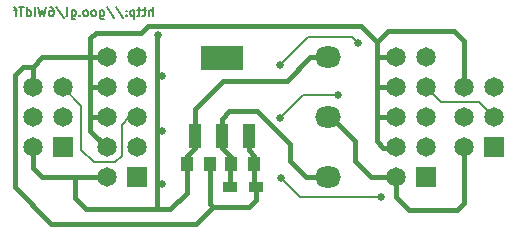
<source format=gbl>
G04 #@! TF.FileFunction,Copper,L2,Bot,Signal*
%FSLAX46Y46*%
G04 Gerber Fmt 4.6, Leading zero omitted, Abs format (unit mm)*
G04 Created by KiCad (PCBNEW (2015-05-09 BZR 5648)-product) date Sun 10 May 2015 11:27:42 AM CEST*
%MOMM*%
G01*
G04 APERTURE LIST*
%ADD10C,0.150000*%
%ADD11C,0.187500*%
%ADD12R,1.000000X1.250000*%
%ADD13R,1.651000X1.651000*%
%ADD14C,1.651000*%
%ADD15O,2.200000X1.800000*%
%ADD16R,3.657600X2.032000*%
%ADD17R,1.016000X2.032000*%
%ADD18R,1.200000X0.900000*%
%ADD19C,0.635000*%
%ADD20C,0.406400*%
%ADD21C,0.203200*%
G04 APERTURE END LIST*
D10*
D11*
X58871427Y-40689286D02*
X58871427Y-39939286D01*
X58549998Y-40689286D02*
X58549998Y-40296429D01*
X58585712Y-40225000D01*
X58657141Y-40189286D01*
X58764284Y-40189286D01*
X58835712Y-40225000D01*
X58871427Y-40260714D01*
X58299998Y-40189286D02*
X58014284Y-40189286D01*
X58192856Y-39939286D02*
X58192856Y-40582143D01*
X58157141Y-40653571D01*
X58085713Y-40689286D01*
X58014284Y-40689286D01*
X57871427Y-40189286D02*
X57585713Y-40189286D01*
X57764285Y-39939286D02*
X57764285Y-40582143D01*
X57728570Y-40653571D01*
X57657142Y-40689286D01*
X57585713Y-40689286D01*
X57335714Y-40189286D02*
X57335714Y-40939286D01*
X57335714Y-40225000D02*
X57264285Y-40189286D01*
X57121428Y-40189286D01*
X57049999Y-40225000D01*
X57014285Y-40260714D01*
X56978571Y-40332143D01*
X56978571Y-40546429D01*
X57014285Y-40617857D01*
X57049999Y-40653571D01*
X57121428Y-40689286D01*
X57264285Y-40689286D01*
X57335714Y-40653571D01*
X56657143Y-40617857D02*
X56621428Y-40653571D01*
X56657143Y-40689286D01*
X56692857Y-40653571D01*
X56657143Y-40617857D01*
X56657143Y-40689286D01*
X56657143Y-40225000D02*
X56621428Y-40260714D01*
X56657143Y-40296429D01*
X56692857Y-40260714D01*
X56657143Y-40225000D01*
X56657143Y-40296429D01*
X55764285Y-39903571D02*
X56407142Y-40867857D01*
X54978571Y-39903571D02*
X55621428Y-40867857D01*
X54407143Y-40189286D02*
X54407143Y-40796429D01*
X54442857Y-40867857D01*
X54478572Y-40903571D01*
X54550000Y-40939286D01*
X54657143Y-40939286D01*
X54728572Y-40903571D01*
X54407143Y-40653571D02*
X54478572Y-40689286D01*
X54621429Y-40689286D01*
X54692857Y-40653571D01*
X54728572Y-40617857D01*
X54764286Y-40546429D01*
X54764286Y-40332143D01*
X54728572Y-40260714D01*
X54692857Y-40225000D01*
X54621429Y-40189286D01*
X54478572Y-40189286D01*
X54407143Y-40225000D01*
X53942858Y-40689286D02*
X54014286Y-40653571D01*
X54050001Y-40617857D01*
X54085715Y-40546429D01*
X54085715Y-40332143D01*
X54050001Y-40260714D01*
X54014286Y-40225000D01*
X53942858Y-40189286D01*
X53835715Y-40189286D01*
X53764286Y-40225000D01*
X53728572Y-40260714D01*
X53692858Y-40332143D01*
X53692858Y-40546429D01*
X53728572Y-40617857D01*
X53764286Y-40653571D01*
X53835715Y-40689286D01*
X53942858Y-40689286D01*
X53264287Y-40689286D02*
X53335715Y-40653571D01*
X53371430Y-40617857D01*
X53407144Y-40546429D01*
X53407144Y-40332143D01*
X53371430Y-40260714D01*
X53335715Y-40225000D01*
X53264287Y-40189286D01*
X53157144Y-40189286D01*
X53085715Y-40225000D01*
X53050001Y-40260714D01*
X53014287Y-40332143D01*
X53014287Y-40546429D01*
X53050001Y-40617857D01*
X53085715Y-40653571D01*
X53157144Y-40689286D01*
X53264287Y-40689286D01*
X52692859Y-40617857D02*
X52657144Y-40653571D01*
X52692859Y-40689286D01*
X52728573Y-40653571D01*
X52692859Y-40617857D01*
X52692859Y-40689286D01*
X52014287Y-40189286D02*
X52014287Y-40796429D01*
X52050001Y-40867857D01*
X52085716Y-40903571D01*
X52157144Y-40939286D01*
X52264287Y-40939286D01*
X52335716Y-40903571D01*
X52014287Y-40653571D02*
X52085716Y-40689286D01*
X52228573Y-40689286D01*
X52300001Y-40653571D01*
X52335716Y-40617857D01*
X52371430Y-40546429D01*
X52371430Y-40332143D01*
X52335716Y-40260714D01*
X52300001Y-40225000D01*
X52228573Y-40189286D01*
X52085716Y-40189286D01*
X52014287Y-40225000D01*
X51550002Y-40689286D02*
X51621430Y-40653571D01*
X51657145Y-40582143D01*
X51657145Y-39939286D01*
X50728573Y-39903571D02*
X51371430Y-40867857D01*
X50157145Y-39939286D02*
X50300002Y-39939286D01*
X50371431Y-39975000D01*
X50407145Y-40010714D01*
X50478574Y-40117857D01*
X50514288Y-40260714D01*
X50514288Y-40546429D01*
X50478574Y-40617857D01*
X50442859Y-40653571D01*
X50371431Y-40689286D01*
X50228574Y-40689286D01*
X50157145Y-40653571D01*
X50121431Y-40617857D01*
X50085716Y-40546429D01*
X50085716Y-40367857D01*
X50121431Y-40296429D01*
X50157145Y-40260714D01*
X50228574Y-40225000D01*
X50371431Y-40225000D01*
X50442859Y-40260714D01*
X50478574Y-40296429D01*
X50514288Y-40367857D01*
X49835716Y-39939286D02*
X49657145Y-40689286D01*
X49514288Y-40153571D01*
X49371430Y-40689286D01*
X49192859Y-39939286D01*
X48907145Y-40689286D02*
X48907145Y-39939286D01*
X48228573Y-40689286D02*
X48228573Y-39939286D01*
X48228573Y-40653571D02*
X48300002Y-40689286D01*
X48442859Y-40689286D01*
X48514287Y-40653571D01*
X48550002Y-40617857D01*
X48585716Y-40546429D01*
X48585716Y-40332143D01*
X48550002Y-40260714D01*
X48514287Y-40225000D01*
X48442859Y-40189286D01*
X48300002Y-40189286D01*
X48228573Y-40225000D01*
X47978573Y-39939286D02*
X47550002Y-39939286D01*
X47764288Y-40689286D02*
X47764288Y-39939286D01*
X47407144Y-40189286D02*
X47121430Y-40189286D01*
X47300002Y-40689286D02*
X47300002Y-40046429D01*
X47264287Y-39975000D01*
X47192859Y-39939286D01*
X47121430Y-39939286D01*
D12*
X65500000Y-53250000D03*
X67500000Y-53250000D03*
X61750000Y-53250000D03*
X63750000Y-53250000D03*
D13*
X87770000Y-51790000D03*
D14*
X85230000Y-51790000D03*
X87770000Y-49250000D03*
X85230000Y-49250000D03*
X87770000Y-46710000D03*
X85230000Y-46710000D03*
X54980000Y-44170000D03*
X57520000Y-44170000D03*
D13*
X57520000Y-54330000D03*
D14*
X54980000Y-54330000D03*
X57520000Y-51790000D03*
X54980000Y-51790000D03*
X57520000Y-49250000D03*
X54980000Y-49250000D03*
X57520000Y-46710000D03*
X54980000Y-46710000D03*
X79480000Y-44170000D03*
X82020000Y-44170000D03*
D13*
X82020000Y-54330000D03*
D14*
X79480000Y-54330000D03*
X82020000Y-51790000D03*
X79480000Y-51790000D03*
X82020000Y-49250000D03*
X79480000Y-49250000D03*
X82020000Y-46710000D03*
X79480000Y-46710000D03*
D15*
X73750000Y-54330000D03*
X73750000Y-49250000D03*
X73750000Y-44170000D03*
D13*
X51270000Y-51790000D03*
D14*
X48730000Y-51790000D03*
X51270000Y-49250000D03*
X48730000Y-49250000D03*
X51270000Y-46710000D03*
X48730000Y-46710000D03*
D16*
X64750000Y-44198000D03*
D17*
X64750000Y-50802000D03*
X62464000Y-50802000D03*
X67036000Y-50802000D03*
D18*
X65400000Y-55200000D03*
X67600000Y-55200000D03*
D19*
X59700000Y-50400000D03*
X59700000Y-54900000D03*
X59700000Y-45800000D03*
X59300000Y-42300000D03*
X69700000Y-44850000D03*
X76250000Y-43000000D03*
X69726090Y-54400000D03*
X78250000Y-56050000D03*
X69700000Y-49350000D03*
X74600000Y-47400000D03*
D20*
X59700000Y-50400000D02*
X59238304Y-50400000D01*
X59238304Y-50400000D02*
X59235737Y-50402567D01*
X59700000Y-54900000D02*
X59250988Y-54900000D01*
X59250988Y-54900000D02*
X59235737Y-54915251D01*
X59235737Y-54915251D02*
X59235737Y-54942190D01*
X59235737Y-54915247D02*
X59235737Y-54942190D01*
X59235737Y-54419896D02*
X59235737Y-54435741D01*
X59235737Y-49879509D02*
X59235737Y-50402567D01*
X59235737Y-50402567D02*
X59235737Y-54419896D01*
X59235737Y-49879509D02*
X59235737Y-49935737D01*
X59700000Y-45800000D02*
X59250988Y-45800000D01*
X59250988Y-45800000D02*
X59235737Y-45815251D01*
X59235737Y-45815251D02*
X59235737Y-45884378D01*
X59235737Y-45347277D02*
X59235737Y-42364263D01*
X59235737Y-42364263D02*
X59300000Y-42300000D01*
X61750000Y-53250000D02*
X61750000Y-52550000D01*
X61750000Y-52550000D02*
X62464000Y-51836000D01*
X62464000Y-51836000D02*
X62464000Y-50802000D01*
X60350000Y-57050000D02*
X61750000Y-55650000D01*
X61750000Y-55650000D02*
X61750000Y-53250000D01*
X59235737Y-57050000D02*
X60350000Y-57050000D01*
X62464000Y-50802000D02*
X62464000Y-48536000D01*
X62464000Y-48536000D02*
X64830000Y-46170000D01*
X72243600Y-44170000D02*
X73750000Y-44170000D01*
X70243600Y-46170000D02*
X72243600Y-44170000D01*
X64830000Y-46170000D02*
X70243600Y-46170000D01*
X48730000Y-53530000D02*
X48730000Y-51790000D01*
X49530000Y-54330000D02*
X48730000Y-53530000D01*
X54980000Y-54330000D02*
X52315443Y-54330000D01*
X52315443Y-54330000D02*
X49530000Y-54330000D01*
X52315443Y-56115443D02*
X53250000Y-57050000D01*
X52315443Y-54330000D02*
X52315443Y-56115443D01*
X53250000Y-57050000D02*
X59235737Y-57050000D01*
X59235737Y-45884378D02*
X59235737Y-49879509D01*
X59235737Y-54942190D02*
X59235737Y-57050000D01*
X59235737Y-54419896D02*
X59235737Y-54942190D01*
X59235737Y-45347277D02*
X59235737Y-45884378D01*
X64000000Y-56850000D02*
X67050000Y-56850000D01*
X67050000Y-56850000D02*
X67600000Y-56300000D01*
X67600000Y-56300000D02*
X67600000Y-55200000D01*
X67500000Y-53250000D02*
X67500000Y-55100000D01*
X67500000Y-55100000D02*
X67600000Y-55200000D01*
X67500000Y-53250000D02*
X67500000Y-52500000D01*
X67500000Y-52500000D02*
X67036000Y-52036000D01*
X67036000Y-52036000D02*
X67036000Y-50802000D01*
X63750000Y-53250000D02*
X63750000Y-56600000D01*
X63750000Y-56600000D02*
X64000000Y-56850000D01*
X62550000Y-58300000D02*
X64000000Y-56850000D01*
X53599062Y-44170000D02*
X53600000Y-44169062D01*
X53600000Y-44169062D02*
X53600000Y-42550000D01*
X53600000Y-42550000D02*
X54069400Y-42080600D01*
X58450000Y-41550000D02*
X76500000Y-41550000D01*
X54069400Y-42080600D02*
X57919400Y-42080600D01*
X57919400Y-42080600D02*
X58450000Y-41550000D01*
X76500000Y-41550000D02*
X77850000Y-42900000D01*
X79420000Y-51850000D02*
X79480000Y-51790000D01*
X78400000Y-51850000D02*
X79420000Y-51850000D01*
X77850000Y-51300000D02*
X78400000Y-51850000D01*
X77886936Y-49250000D02*
X77850000Y-49213064D01*
X79480000Y-49250000D02*
X77886936Y-49250000D01*
X77850000Y-49213064D02*
X77850000Y-51300000D01*
X79480000Y-46710000D02*
X77928761Y-46710000D01*
X77928761Y-46710000D02*
X77850000Y-46788761D01*
X77850000Y-46788761D02*
X77850000Y-49213064D01*
X84400000Y-41950000D02*
X85230000Y-42780000D01*
X78800000Y-41950000D02*
X84400000Y-41950000D01*
X85230000Y-42780000D02*
X85230000Y-46710000D01*
X77850000Y-42900000D02*
X78800000Y-41950000D01*
X48730000Y-46710000D02*
X48730000Y-44970000D01*
X48730000Y-44970000D02*
X49530000Y-44170000D01*
X49530000Y-44170000D02*
X53599062Y-44170000D01*
X53599062Y-44170000D02*
X54980000Y-44170000D01*
X53600000Y-50410000D02*
X54980000Y-51790000D01*
X53608446Y-49250000D02*
X54980000Y-49250000D01*
X53600000Y-49241554D02*
X53608446Y-49250000D01*
X53600000Y-49241554D02*
X53600000Y-50410000D01*
X53671615Y-46710000D02*
X54980000Y-46710000D01*
X53600000Y-46638385D02*
X53671615Y-46710000D01*
X53600000Y-46638385D02*
X53600000Y-49241554D01*
X77907456Y-44170000D02*
X79480000Y-44170000D01*
X77850000Y-44227456D02*
X77907456Y-44170000D01*
X77850000Y-46788761D02*
X77850000Y-44227456D01*
X77850000Y-44227456D02*
X77850000Y-42900000D01*
X53600000Y-44170938D02*
X53599062Y-44170000D01*
X53600000Y-46638385D02*
X53600000Y-44170938D01*
X50300000Y-58300000D02*
X62550000Y-58300000D01*
X47200000Y-55200000D02*
X50300000Y-58300000D01*
X47200000Y-45650000D02*
X47200000Y-55200000D01*
X47880000Y-44970000D02*
X47200000Y-45650000D01*
X48730000Y-44970000D02*
X47880000Y-44970000D01*
X65400000Y-55200000D02*
X65400000Y-53350000D01*
X65400000Y-53350000D02*
X65500000Y-53250000D01*
X65500000Y-53250000D02*
X65500000Y-52600000D01*
X65500000Y-52600000D02*
X64750000Y-51850000D01*
X64750000Y-51850000D02*
X64750000Y-50802000D01*
X71830000Y-54330000D02*
X73750000Y-54330000D01*
X70500000Y-53000000D02*
X71830000Y-54330000D01*
X70500000Y-51500000D02*
X70500000Y-53000000D01*
X67750000Y-48750000D02*
X70500000Y-51500000D01*
X64750000Y-49379600D02*
X65379600Y-48750000D01*
X65379600Y-48750000D02*
X67750000Y-48750000D01*
X64750000Y-50802000D02*
X64750000Y-49379600D01*
D21*
X56900000Y-49250000D02*
X57520000Y-49250000D01*
X56250000Y-49900000D02*
X56900000Y-49250000D01*
X56250000Y-52500000D02*
X56250000Y-49900000D01*
X55700000Y-53050000D02*
X56250000Y-52500000D01*
X53900000Y-53050000D02*
X55700000Y-53050000D01*
X52850000Y-52000000D02*
X53900000Y-53050000D01*
X52850000Y-48290000D02*
X52850000Y-52000000D01*
X51270000Y-46710000D02*
X52850000Y-48290000D01*
D20*
X77380000Y-54330000D02*
X79480000Y-54330000D01*
X76000000Y-52950000D02*
X77380000Y-54330000D01*
X76000000Y-51300000D02*
X76000000Y-52950000D01*
X73950000Y-49250000D02*
X76000000Y-51300000D01*
X73750000Y-49250000D02*
X73950000Y-49250000D01*
X85230000Y-56520000D02*
X85230000Y-51790000D01*
X84650000Y-57100000D02*
X85230000Y-56520000D01*
X80600000Y-57100000D02*
X84650000Y-57100000D01*
X79480000Y-55980000D02*
X80600000Y-57100000D01*
X79480000Y-54330000D02*
X79480000Y-55980000D01*
D21*
X86944501Y-48424501D02*
X87770000Y-49250000D01*
X86520000Y-48000000D02*
X86944501Y-48424501D01*
X83310000Y-48000000D02*
X86520000Y-48000000D01*
X82020000Y-46710000D02*
X83310000Y-48000000D01*
X69700000Y-44850000D02*
X72050000Y-42500000D01*
X75750000Y-42500000D02*
X76250000Y-43000000D01*
X72050000Y-42500000D02*
X75750000Y-42500000D01*
X77800988Y-56050000D02*
X78250000Y-56050000D01*
X69726090Y-54400000D02*
X71376090Y-56050000D01*
X71376090Y-56050000D02*
X77800988Y-56050000D01*
X71650000Y-47400000D02*
X74600000Y-47400000D01*
X69700000Y-49350000D02*
X71650000Y-47400000D01*
M02*

</source>
